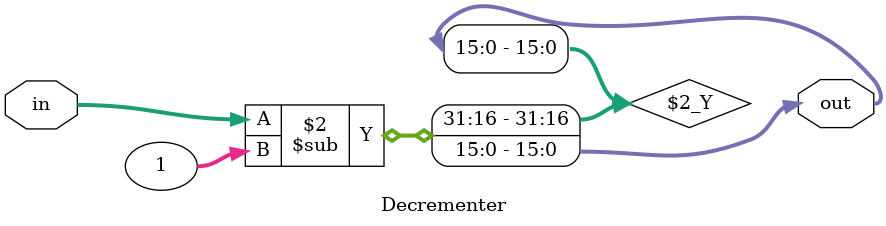
<source format=v>
`timescale 1ns / 1ps
module Decrementer(
    input [15:0] in,
    output reg [15:0] out
    );

	always@(in) begin
		out = in - 1;
	end

endmodule

</source>
